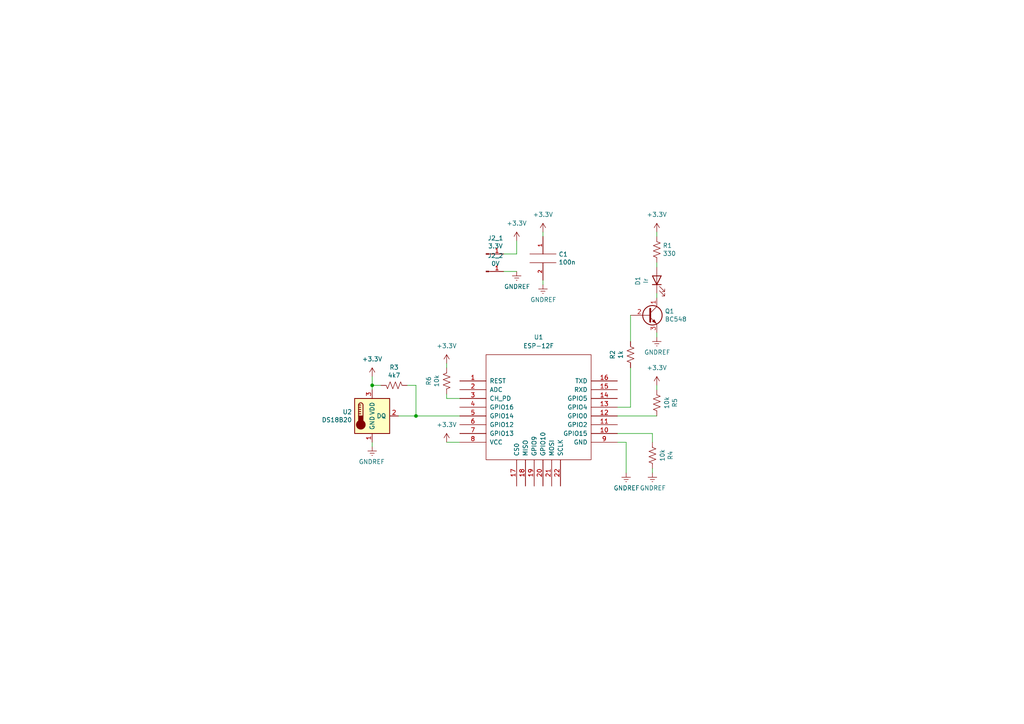
<source format=kicad_sch>
(kicad_sch (version 20211123) (generator eeschema)

  (uuid fd2eba63-6e6a-4d3d-a3f1-f778bf8fc5eb)

  (paper "A4")

  (lib_symbols
    (symbol "Connector:Conn_01x01_Male" (pin_names (offset 1.016) hide) (in_bom yes) (on_board yes)
      (property "Reference" "J" (id 0) (at 0 2.54 0)
        (effects (font (size 1.27 1.27)))
      )
      (property "Value" "Conn_01x01_Male" (id 1) (at 0 -2.54 0)
        (effects (font (size 1.27 1.27)))
      )
      (property "Footprint" "" (id 2) (at 0 0 0)
        (effects (font (size 1.27 1.27)) hide)
      )
      (property "Datasheet" "~" (id 3) (at 0 0 0)
        (effects (font (size 1.27 1.27)) hide)
      )
      (property "ki_keywords" "connector" (id 4) (at 0 0 0)
        (effects (font (size 1.27 1.27)) hide)
      )
      (property "ki_description" "Generic connector, single row, 01x01, script generated (kicad-library-utils/schlib/autogen/connector/)" (id 5) (at 0 0 0)
        (effects (font (size 1.27 1.27)) hide)
      )
      (property "ki_fp_filters" "Connector*:*" (id 6) (at 0 0 0)
        (effects (font (size 1.27 1.27)) hide)
      )
      (symbol "Conn_01x01_Male_1_1"
        (polyline
          (pts
            (xy 1.27 0)
            (xy 0.8636 0)
          )
          (stroke (width 0.1524) (type default) (color 0 0 0 0))
          (fill (type none))
        )
        (rectangle (start 0.8636 0.127) (end 0 -0.127)
          (stroke (width 0.1524) (type default) (color 0 0 0 0))
          (fill (type outline))
        )
        (pin passive line (at 5.08 0 180) (length 3.81)
          (name "Pin_1" (effects (font (size 1.27 1.27))))
          (number "1" (effects (font (size 1.27 1.27))))
        )
      )
    )
    (symbol "Device:LED" (pin_numbers hide) (pin_names (offset 1.016) hide) (in_bom yes) (on_board yes)
      (property "Reference" "D" (id 0) (at 0 2.54 0)
        (effects (font (size 1.27 1.27)))
      )
      (property "Value" "LED" (id 1) (at 0 -2.54 0)
        (effects (font (size 1.27 1.27)))
      )
      (property "Footprint" "" (id 2) (at 0 0 0)
        (effects (font (size 1.27 1.27)) hide)
      )
      (property "Datasheet" "~" (id 3) (at 0 0 0)
        (effects (font (size 1.27 1.27)) hide)
      )
      (property "ki_keywords" "LED diode" (id 4) (at 0 0 0)
        (effects (font (size 1.27 1.27)) hide)
      )
      (property "ki_description" "Light emitting diode" (id 5) (at 0 0 0)
        (effects (font (size 1.27 1.27)) hide)
      )
      (property "ki_fp_filters" "LED* LED_SMD:* LED_THT:*" (id 6) (at 0 0 0)
        (effects (font (size 1.27 1.27)) hide)
      )
      (symbol "LED_0_1"
        (polyline
          (pts
            (xy -1.27 -1.27)
            (xy -1.27 1.27)
          )
          (stroke (width 0.254) (type default) (color 0 0 0 0))
          (fill (type none))
        )
        (polyline
          (pts
            (xy -1.27 0)
            (xy 1.27 0)
          )
          (stroke (width 0) (type default) (color 0 0 0 0))
          (fill (type none))
        )
        (polyline
          (pts
            (xy 1.27 -1.27)
            (xy 1.27 1.27)
            (xy -1.27 0)
            (xy 1.27 -1.27)
          )
          (stroke (width 0.254) (type default) (color 0 0 0 0))
          (fill (type none))
        )
        (polyline
          (pts
            (xy -3.048 -0.762)
            (xy -4.572 -2.286)
            (xy -3.81 -2.286)
            (xy -4.572 -2.286)
            (xy -4.572 -1.524)
          )
          (stroke (width 0) (type default) (color 0 0 0 0))
          (fill (type none))
        )
        (polyline
          (pts
            (xy -1.778 -0.762)
            (xy -3.302 -2.286)
            (xy -2.54 -2.286)
            (xy -3.302 -2.286)
            (xy -3.302 -1.524)
          )
          (stroke (width 0) (type default) (color 0 0 0 0))
          (fill (type none))
        )
      )
      (symbol "LED_1_1"
        (pin passive line (at -3.81 0 0) (length 2.54)
          (name "K" (effects (font (size 1.27 1.27))))
          (number "1" (effects (font (size 1.27 1.27))))
        )
        (pin passive line (at 3.81 0 180) (length 2.54)
          (name "A" (effects (font (size 1.27 1.27))))
          (number "2" (effects (font (size 1.27 1.27))))
        )
      )
    )
    (symbol "Device:R_US" (pin_numbers hide) (pin_names (offset 0)) (in_bom yes) (on_board yes)
      (property "Reference" "R" (id 0) (at 2.54 0 90)
        (effects (font (size 1.27 1.27)))
      )
      (property "Value" "R_US" (id 1) (at -2.54 0 90)
        (effects (font (size 1.27 1.27)))
      )
      (property "Footprint" "" (id 2) (at 1.016 -0.254 90)
        (effects (font (size 1.27 1.27)) hide)
      )
      (property "Datasheet" "~" (id 3) (at 0 0 0)
        (effects (font (size 1.27 1.27)) hide)
      )
      (property "ki_keywords" "R res resistor" (id 4) (at 0 0 0)
        (effects (font (size 1.27 1.27)) hide)
      )
      (property "ki_description" "Resistor, US symbol" (id 5) (at 0 0 0)
        (effects (font (size 1.27 1.27)) hide)
      )
      (property "ki_fp_filters" "R_*" (id 6) (at 0 0 0)
        (effects (font (size 1.27 1.27)) hide)
      )
      (symbol "R_US_0_1"
        (polyline
          (pts
            (xy 0 -2.286)
            (xy 0 -2.54)
          )
          (stroke (width 0) (type default) (color 0 0 0 0))
          (fill (type none))
        )
        (polyline
          (pts
            (xy 0 2.286)
            (xy 0 2.54)
          )
          (stroke (width 0) (type default) (color 0 0 0 0))
          (fill (type none))
        )
        (polyline
          (pts
            (xy 0 -0.762)
            (xy 1.016 -1.143)
            (xy 0 -1.524)
            (xy -1.016 -1.905)
            (xy 0 -2.286)
          )
          (stroke (width 0) (type default) (color 0 0 0 0))
          (fill (type none))
        )
        (polyline
          (pts
            (xy 0 0.762)
            (xy 1.016 0.381)
            (xy 0 0)
            (xy -1.016 -0.381)
            (xy 0 -0.762)
          )
          (stroke (width 0) (type default) (color 0 0 0 0))
          (fill (type none))
        )
        (polyline
          (pts
            (xy 0 2.286)
            (xy 1.016 1.905)
            (xy 0 1.524)
            (xy -1.016 1.143)
            (xy 0 0.762)
          )
          (stroke (width 0) (type default) (color 0 0 0 0))
          (fill (type none))
        )
      )
      (symbol "R_US_1_1"
        (pin passive line (at 0 3.81 270) (length 1.27)
          (name "~" (effects (font (size 1.27 1.27))))
          (number "1" (effects (font (size 1.27 1.27))))
        )
        (pin passive line (at 0 -3.81 90) (length 1.27)
          (name "~" (effects (font (size 1.27 1.27))))
          (number "2" (effects (font (size 1.27 1.27))))
        )
      )
    )
    (symbol "ESP8266:ESP-12F" (pin_names (offset 1.016)) (in_bom yes) (on_board yes)
      (property "Reference" "U" (id 0) (at 0 -2.54 0)
        (effects (font (size 1.27 1.27)))
      )
      (property "Value" "ESP-12F" (id 1) (at 0 2.54 0)
        (effects (font (size 1.27 1.27)))
      )
      (property "Footprint" "" (id 2) (at 0 0 0)
        (effects (font (size 1.27 1.27)) hide)
      )
      (property "Datasheet" "http://l0l.org.uk/2014/12/esp8266-modules-hardware-guide-gotta-catch-em-all/" (id 3) (at 0 0 0)
        (effects (font (size 1.27 1.27)) hide)
      )
      (property "ki_keywords" "MODULE ESP8266 ESP-8266" (id 4) (at 0 0 0)
        (effects (font (size 1.27 1.27)) hide)
      )
      (property "ki_description" "ESP8266 ESP-12E module, 22 pins, 2mm, PCB antenna" (id 5) (at 0 0 0)
        (effects (font (size 1.27 1.27)) hide)
      )
      (property "ki_fp_filters" "ESP-12E ESP-12E_SMD" (id 6) (at 0 0 0)
        (effects (font (size 1.27 1.27)) hide)
      )
      (symbol "ESP-12F_1_0"
        (rectangle (start -15.24 -15.24) (end 15.24 15.24)
          (stroke (width 0) (type default) (color 0 0 0 0))
          (fill (type none))
        )
      )
      (symbol "ESP-12F_1_1"
        (pin input line (at -22.86 7.62 0) (length 7.62)
          (name "REST" (effects (font (size 1.27 1.27))))
          (number "1" (effects (font (size 1.27 1.27))))
        )
        (pin bidirectional line (at 22.86 -7.62 180) (length 7.62)
          (name "GPIO15" (effects (font (size 1.27 1.27))))
          (number "10" (effects (font (size 1.27 1.27))))
        )
        (pin bidirectional line (at 22.86 -5.08 180) (length 7.62)
          (name "GPIO2" (effects (font (size 1.27 1.27))))
          (number "11" (effects (font (size 1.27 1.27))))
        )
        (pin bidirectional line (at 22.86 -2.54 180) (length 7.62)
          (name "GPIO0" (effects (font (size 1.27 1.27))))
          (number "12" (effects (font (size 1.27 1.27))))
        )
        (pin bidirectional line (at 22.86 0 180) (length 7.62)
          (name "GPIO4" (effects (font (size 1.27 1.27))))
          (number "13" (effects (font (size 1.27 1.27))))
        )
        (pin bidirectional line (at 22.86 2.54 180) (length 7.62)
          (name "GPIO5" (effects (font (size 1.27 1.27))))
          (number "14" (effects (font (size 1.27 1.27))))
        )
        (pin input line (at 22.86 5.08 180) (length 7.62)
          (name "RXD" (effects (font (size 1.27 1.27))))
          (number "15" (effects (font (size 1.27 1.27))))
        )
        (pin output line (at 22.86 7.62 180) (length 7.62)
          (name "TXD" (effects (font (size 1.27 1.27))))
          (number "16" (effects (font (size 1.27 1.27))))
        )
        (pin bidirectional line (at -6.35 -22.86 90) (length 7.62)
          (name "CS0" (effects (font (size 1.27 1.27))))
          (number "17" (effects (font (size 1.27 1.27))))
        )
        (pin bidirectional line (at -3.81 -22.86 90) (length 7.62)
          (name "MISO" (effects (font (size 1.27 1.27))))
          (number "18" (effects (font (size 1.27 1.27))))
        )
        (pin bidirectional line (at -1.27 -22.86 90) (length 7.62)
          (name "GPIO9" (effects (font (size 1.27 1.27))))
          (number "19" (effects (font (size 1.27 1.27))))
        )
        (pin passive line (at -22.86 5.08 0) (length 7.62)
          (name "ADC" (effects (font (size 1.27 1.27))))
          (number "2" (effects (font (size 1.27 1.27))))
        )
        (pin bidirectional line (at 1.27 -22.86 90) (length 7.62)
          (name "GPIO10" (effects (font (size 1.27 1.27))))
          (number "20" (effects (font (size 1.27 1.27))))
        )
        (pin bidirectional line (at 3.81 -22.86 90) (length 7.62)
          (name "MOSI" (effects (font (size 1.27 1.27))))
          (number "21" (effects (font (size 1.27 1.27))))
        )
        (pin bidirectional line (at 6.35 -22.86 90) (length 7.62)
          (name "SCLK" (effects (font (size 1.27 1.27))))
          (number "22" (effects (font (size 1.27 1.27))))
        )
        (pin input line (at -22.86 2.54 0) (length 7.62)
          (name "CH_PD" (effects (font (size 1.27 1.27))))
          (number "3" (effects (font (size 1.27 1.27))))
        )
        (pin bidirectional line (at -22.86 0 0) (length 7.62)
          (name "GPIO16" (effects (font (size 1.27 1.27))))
          (number "4" (effects (font (size 1.27 1.27))))
        )
        (pin bidirectional line (at -22.86 -2.54 0) (length 7.62)
          (name "GPIO14" (effects (font (size 1.27 1.27))))
          (number "5" (effects (font (size 1.27 1.27))))
        )
        (pin bidirectional line (at -22.86 -5.08 0) (length 7.62)
          (name "GPIO12" (effects (font (size 1.27 1.27))))
          (number "6" (effects (font (size 1.27 1.27))))
        )
        (pin bidirectional line (at -22.86 -7.62 0) (length 7.62)
          (name "GPIO13" (effects (font (size 1.27 1.27))))
          (number "7" (effects (font (size 1.27 1.27))))
        )
        (pin power_in line (at -22.86 -10.16 0) (length 7.62)
          (name "VCC" (effects (font (size 1.27 1.27))))
          (number "8" (effects (font (size 1.27 1.27))))
        )
        (pin power_in line (at 22.86 -10.16 180) (length 7.62)
          (name "GND" (effects (font (size 1.27 1.27))))
          (number "9" (effects (font (size 1.27 1.27))))
        )
      )
    )
    (symbol "Sensor_Temperature:DS18B20" (pin_names (offset 1.016)) (in_bom yes) (on_board yes)
      (property "Reference" "U" (id 0) (at -3.81 6.35 0)
        (effects (font (size 1.27 1.27)))
      )
      (property "Value" "DS18B20" (id 1) (at 6.35 6.35 0)
        (effects (font (size 1.27 1.27)))
      )
      (property "Footprint" "Package_TO_SOT_THT:TO-92_Inline" (id 2) (at -25.4 -6.35 0)
        (effects (font (size 1.27 1.27)) hide)
      )
      (property "Datasheet" "http://datasheets.maximintegrated.com/en/ds/DS18B20.pdf" (id 3) (at -3.81 6.35 0)
        (effects (font (size 1.27 1.27)) hide)
      )
      (property "ki_keywords" "OneWire 1Wire Dallas Maxim" (id 4) (at 0 0 0)
        (effects (font (size 1.27 1.27)) hide)
      )
      (property "ki_description" "Programmable Resolution 1-Wire Digital Thermometer TO-92" (id 5) (at 0 0 0)
        (effects (font (size 1.27 1.27)) hide)
      )
      (property "ki_fp_filters" "TO*92*" (id 6) (at 0 0 0)
        (effects (font (size 1.27 1.27)) hide)
      )
      (symbol "DS18B20_0_1"
        (rectangle (start -5.08 5.08) (end 5.08 -5.08)
          (stroke (width 0.254) (type default) (color 0 0 0 0))
          (fill (type background))
        )
        (circle (center -3.302 -2.54) (radius 1.27)
          (stroke (width 0.254) (type default) (color 0 0 0 0))
          (fill (type outline))
        )
        (rectangle (start -2.667 -1.905) (end -3.937 0)
          (stroke (width 0.254) (type default) (color 0 0 0 0))
          (fill (type outline))
        )
        (arc (start -2.667 3.175) (mid -3.302 3.81) (end -3.937 3.175)
          (stroke (width 0.254) (type default) (color 0 0 0 0))
          (fill (type none))
        )
        (polyline
          (pts
            (xy -3.937 0.635)
            (xy -3.302 0.635)
          )
          (stroke (width 0.254) (type default) (color 0 0 0 0))
          (fill (type none))
        )
        (polyline
          (pts
            (xy -3.937 1.27)
            (xy -3.302 1.27)
          )
          (stroke (width 0.254) (type default) (color 0 0 0 0))
          (fill (type none))
        )
        (polyline
          (pts
            (xy -3.937 1.905)
            (xy -3.302 1.905)
          )
          (stroke (width 0.254) (type default) (color 0 0 0 0))
          (fill (type none))
        )
        (polyline
          (pts
            (xy -3.937 2.54)
            (xy -3.302 2.54)
          )
          (stroke (width 0.254) (type default) (color 0 0 0 0))
          (fill (type none))
        )
        (polyline
          (pts
            (xy -3.937 3.175)
            (xy -3.937 0)
          )
          (stroke (width 0.254) (type default) (color 0 0 0 0))
          (fill (type none))
        )
        (polyline
          (pts
            (xy -3.937 3.175)
            (xy -3.302 3.175)
          )
          (stroke (width 0.254) (type default) (color 0 0 0 0))
          (fill (type none))
        )
        (polyline
          (pts
            (xy -2.667 3.175)
            (xy -2.667 0)
          )
          (stroke (width 0.254) (type default) (color 0 0 0 0))
          (fill (type none))
        )
      )
      (symbol "DS18B20_1_1"
        (pin power_in line (at 0 -7.62 90) (length 2.54)
          (name "GND" (effects (font (size 1.27 1.27))))
          (number "1" (effects (font (size 1.27 1.27))))
        )
        (pin bidirectional line (at 7.62 0 180) (length 2.54)
          (name "DQ" (effects (font (size 1.27 1.27))))
          (number "2" (effects (font (size 1.27 1.27))))
        )
        (pin power_in line (at 0 7.62 270) (length 2.54)
          (name "VDD" (effects (font (size 1.27 1.27))))
          (number "3" (effects (font (size 1.27 1.27))))
        )
      )
    )
    (symbol "Transistor_BJT:BC548" (pin_names (offset 0) hide) (in_bom yes) (on_board yes)
      (property "Reference" "Q" (id 0) (at 5.08 1.905 0)
        (effects (font (size 1.27 1.27)) (justify left))
      )
      (property "Value" "BC548" (id 1) (at 5.08 0 0)
        (effects (font (size 1.27 1.27)) (justify left))
      )
      (property "Footprint" "Package_TO_SOT_THT:TO-92_Inline" (id 2) (at 5.08 -1.905 0)
        (effects (font (size 1.27 1.27) italic) (justify left) hide)
      )
      (property "Datasheet" "https://www.onsemi.com/pub/Collateral/BC550-D.pdf" (id 3) (at 0 0 0)
        (effects (font (size 1.27 1.27)) (justify left) hide)
      )
      (property "ki_keywords" "NPN Transistor" (id 4) (at 0 0 0)
        (effects (font (size 1.27 1.27)) hide)
      )
      (property "ki_description" "0.1A Ic, 30V Vce, Small Signal NPN Transistor, TO-92" (id 5) (at 0 0 0)
        (effects (font (size 1.27 1.27)) hide)
      )
      (property "ki_fp_filters" "TO?92*" (id 6) (at 0 0 0)
        (effects (font (size 1.27 1.27)) hide)
      )
      (symbol "BC548_0_1"
        (polyline
          (pts
            (xy 0 0)
            (xy 0.635 0)
          )
          (stroke (width 0) (type default) (color 0 0 0 0))
          (fill (type none))
        )
        (polyline
          (pts
            (xy 0.635 0.635)
            (xy 2.54 2.54)
          )
          (stroke (width 0) (type default) (color 0 0 0 0))
          (fill (type none))
        )
        (polyline
          (pts
            (xy 0.635 -0.635)
            (xy 2.54 -2.54)
            (xy 2.54 -2.54)
          )
          (stroke (width 0) (type default) (color 0 0 0 0))
          (fill (type none))
        )
        (polyline
          (pts
            (xy 0.635 1.905)
            (xy 0.635 -1.905)
            (xy 0.635 -1.905)
          )
          (stroke (width 0.508) (type default) (color 0 0 0 0))
          (fill (type none))
        )
        (polyline
          (pts
            (xy 1.27 -1.778)
            (xy 1.778 -1.27)
            (xy 2.286 -2.286)
            (xy 1.27 -1.778)
            (xy 1.27 -1.778)
          )
          (stroke (width 0) (type default) (color 0 0 0 0))
          (fill (type outline))
        )
        (circle (center 1.27 0) (radius 2.8194)
          (stroke (width 0.254) (type default) (color 0 0 0 0))
          (fill (type none))
        )
      )
      (symbol "BC548_1_1"
        (pin passive line (at 2.54 5.08 270) (length 2.54)
          (name "C" (effects (font (size 1.27 1.27))))
          (number "1" (effects (font (size 1.27 1.27))))
        )
        (pin input line (at -5.08 0 0) (length 5.08)
          (name "B" (effects (font (size 1.27 1.27))))
          (number "2" (effects (font (size 1.27 1.27))))
        )
        (pin passive line (at 2.54 -5.08 90) (length 2.54)
          (name "E" (effects (font (size 1.27 1.27))))
          (number "3" (effects (font (size 1.27 1.27))))
        )
      )
    )
    (symbol "power:+3.3V" (power) (pin_names (offset 0)) (in_bom yes) (on_board yes)
      (property "Reference" "#PWR" (id 0) (at 0 -3.81 0)
        (effects (font (size 1.27 1.27)) hide)
      )
      (property "Value" "+3.3V" (id 1) (at 0 3.556 0)
        (effects (font (size 1.27 1.27)))
      )
      (property "Footprint" "" (id 2) (at 0 0 0)
        (effects (font (size 1.27 1.27)) hide)
      )
      (property "Datasheet" "" (id 3) (at 0 0 0)
        (effects (font (size 1.27 1.27)) hide)
      )
      (property "ki_keywords" "power-flag" (id 4) (at 0 0 0)
        (effects (font (size 1.27 1.27)) hide)
      )
      (property "ki_description" "Power symbol creates a global label with name \"+3.3V\"" (id 5) (at 0 0 0)
        (effects (font (size 1.27 1.27)) hide)
      )
      (symbol "+3.3V_0_1"
        (polyline
          (pts
            (xy -0.762 1.27)
            (xy 0 2.54)
          )
          (stroke (width 0) (type default) (color 0 0 0 0))
          (fill (type none))
        )
        (polyline
          (pts
            (xy 0 0)
            (xy 0 2.54)
          )
          (stroke (width 0) (type default) (color 0 0 0 0))
          (fill (type none))
        )
        (polyline
          (pts
            (xy 0 2.54)
            (xy 0.762 1.27)
          )
          (stroke (width 0) (type default) (color 0 0 0 0))
          (fill (type none))
        )
      )
      (symbol "+3.3V_1_1"
        (pin power_in line (at 0 0 90) (length 0) hide
          (name "+3.3V" (effects (font (size 1.27 1.27))))
          (number "1" (effects (font (size 1.27 1.27))))
        )
      )
    )
    (symbol "power:GNDREF" (power) (pin_names (offset 0)) (in_bom yes) (on_board yes)
      (property "Reference" "#PWR" (id 0) (at 0 -6.35 0)
        (effects (font (size 1.27 1.27)) hide)
      )
      (property "Value" "GNDREF" (id 1) (at 0 -3.81 0)
        (effects (font (size 1.27 1.27)))
      )
      (property "Footprint" "" (id 2) (at 0 0 0)
        (effects (font (size 1.27 1.27)) hide)
      )
      (property "Datasheet" "" (id 3) (at 0 0 0)
        (effects (font (size 1.27 1.27)) hide)
      )
      (property "ki_keywords" "power-flag" (id 4) (at 0 0 0)
        (effects (font (size 1.27 1.27)) hide)
      )
      (property "ki_description" "Power symbol creates a global label with name \"GNDREF\" , reference supply ground" (id 5) (at 0 0 0)
        (effects (font (size 1.27 1.27)) hide)
      )
      (symbol "GNDREF_0_1"
        (polyline
          (pts
            (xy -0.635 -1.905)
            (xy 0.635 -1.905)
          )
          (stroke (width 0) (type default) (color 0 0 0 0))
          (fill (type none))
        )
        (polyline
          (pts
            (xy -0.127 -2.54)
            (xy 0.127 -2.54)
          )
          (stroke (width 0) (type default) (color 0 0 0 0))
          (fill (type none))
        )
        (polyline
          (pts
            (xy 0 -1.27)
            (xy 0 0)
          )
          (stroke (width 0) (type default) (color 0 0 0 0))
          (fill (type none))
        )
        (polyline
          (pts
            (xy 1.27 -1.27)
            (xy -1.27 -1.27)
          )
          (stroke (width 0) (type default) (color 0 0 0 0))
          (fill (type none))
        )
      )
      (symbol "GNDREF_1_1"
        (pin power_in line (at 0 0 270) (length 0) hide
          (name "GNDREF" (effects (font (size 1.27 1.27))))
          (number "1" (effects (font (size 1.27 1.27))))
        )
      )
    )
    (symbol "pspice:CAP" (pin_names (offset 0.254)) (in_bom yes) (on_board yes)
      (property "Reference" "C" (id 0) (at 2.54 3.81 90)
        (effects (font (size 1.27 1.27)))
      )
      (property "Value" "CAP" (id 1) (at 2.54 -3.81 90)
        (effects (font (size 1.27 1.27)))
      )
      (property "Footprint" "" (id 2) (at 0 0 0)
        (effects (font (size 1.27 1.27)) hide)
      )
      (property "Datasheet" "~" (id 3) (at 0 0 0)
        (effects (font (size 1.27 1.27)) hide)
      )
      (property "ki_keywords" "simulation" (id 4) (at 0 0 0)
        (effects (font (size 1.27 1.27)) hide)
      )
      (property "ki_description" "Capacitor symbol for simulation only" (id 5) (at 0 0 0)
        (effects (font (size 1.27 1.27)) hide)
      )
      (symbol "CAP_0_1"
        (polyline
          (pts
            (xy -3.81 -1.27)
            (xy 3.81 -1.27)
          )
          (stroke (width 0) (type default) (color 0 0 0 0))
          (fill (type none))
        )
        (polyline
          (pts
            (xy -3.81 1.27)
            (xy 3.81 1.27)
          )
          (stroke (width 0) (type default) (color 0 0 0 0))
          (fill (type none))
        )
      )
      (symbol "CAP_1_1"
        (pin passive line (at 0 6.35 270) (length 5.08)
          (name "~" (effects (font (size 1.016 1.016))))
          (number "1" (effects (font (size 1.016 1.016))))
        )
        (pin passive line (at 0 -6.35 90) (length 5.08)
          (name "~" (effects (font (size 1.016 1.016))))
          (number "2" (effects (font (size 1.016 1.016))))
        )
      )
    )
  )

  (junction (at 120.65 120.65) (diameter 0) (color 0 0 0 0)
    (uuid 01cccea5-f54f-4569-8dc8-a47435c92309)
  )
  (junction (at 107.95 111.76) (diameter 0) (color 0 0 0 0)
    (uuid 27fb3d3e-de9f-4500-b5b4-cb68a4c7ea0c)
  )

  (wire (pts (xy 107.95 111.76) (xy 107.95 113.03))
    (stroke (width 0) (type default) (color 0 0 0 0))
    (uuid 0aa2f694-cde8-4133-9579-b16721127e6f)
  )
  (wire (pts (xy 190.5 111.76) (xy 190.5 113.03))
    (stroke (width 0) (type default) (color 0 0 0 0))
    (uuid 0e355403-fb90-45dc-9b37-bb7e45444fa9)
  )
  (wire (pts (xy 110.49 111.76) (xy 107.95 111.76))
    (stroke (width 0) (type default) (color 0 0 0 0))
    (uuid 241d8e21-3b85-4814-a174-d8e195c8a186)
  )
  (wire (pts (xy 179.07 128.27) (xy 181.61 128.27))
    (stroke (width 0) (type default) (color 0 0 0 0))
    (uuid 2e2c2160-c073-4a8b-a1b8-b743cb5e4eb0)
  )
  (wire (pts (xy 190.5 76.2) (xy 190.5 77.47))
    (stroke (width 0) (type default) (color 0 0 0 0))
    (uuid 2ea01245-29e2-4c27-bf0f-a3476b0fafa8)
  )
  (wire (pts (xy 182.88 91.44) (xy 182.88 99.06))
    (stroke (width 0) (type default) (color 0 0 0 0))
    (uuid 364d94f3-1aa2-46a9-bd76-e3f4e8646445)
  )
  (wire (pts (xy 189.23 128.27) (xy 189.23 125.73))
    (stroke (width 0) (type default) (color 0 0 0 0))
    (uuid 3f4476fc-f59e-4f84-ba6c-9bf20147aae8)
  )
  (wire (pts (xy 149.86 69.85) (xy 149.86 73.66))
    (stroke (width 0) (type default) (color 0 0 0 0))
    (uuid 5a9cbed0-2667-41b1-b6b9-28ff83a9c750)
  )
  (wire (pts (xy 120.65 120.65) (xy 115.57 120.65))
    (stroke (width 0) (type default) (color 0 0 0 0))
    (uuid 5dd81193-bb20-48cc-b45b-81e81f765e2c)
  )
  (wire (pts (xy 157.48 81.28) (xy 157.48 82.55))
    (stroke (width 0) (type default) (color 0 0 0 0))
    (uuid 67341390-1669-49cb-99d4-779bb059244f)
  )
  (wire (pts (xy 120.65 120.65) (xy 120.65 111.76))
    (stroke (width 0) (type default) (color 0 0 0 0))
    (uuid 68b3a172-9442-4578-8a8f-ab8fc6952547)
  )
  (wire (pts (xy 179.07 120.65) (xy 190.5 120.65))
    (stroke (width 0) (type default) (color 0 0 0 0))
    (uuid 721432c3-b18b-4dbc-8da6-cc89d34cacbb)
  )
  (wire (pts (xy 190.5 67.31) (xy 190.5 68.58))
    (stroke (width 0) (type default) (color 0 0 0 0))
    (uuid 7933ad3e-9e95-4a64-8498-6a198502830d)
  )
  (wire (pts (xy 129.54 128.27) (xy 133.35 128.27))
    (stroke (width 0) (type default) (color 0 0 0 0))
    (uuid 797852b2-d16e-4a3f-b246-b6bbde033768)
  )
  (wire (pts (xy 182.88 106.68) (xy 182.88 118.11))
    (stroke (width 0) (type default) (color 0 0 0 0))
    (uuid 79bddee5-5773-4037-8a96-4df1565702de)
  )
  (wire (pts (xy 107.95 128.27) (xy 107.95 129.54))
    (stroke (width 0) (type default) (color 0 0 0 0))
    (uuid 8b9888b1-81b6-4d43-9a90-3621640a5f97)
  )
  (wire (pts (xy 129.54 105.41) (xy 129.54 106.68))
    (stroke (width 0) (type default) (color 0 0 0 0))
    (uuid 8bd328c8-6fab-4e5a-98c9-177191e9919e)
  )
  (wire (pts (xy 146.05 78.74) (xy 149.86 78.74))
    (stroke (width 0) (type default) (color 0 0 0 0))
    (uuid 8f56a325-ad2c-439c-bc98-bdbf78a4d5de)
  )
  (wire (pts (xy 133.35 115.57) (xy 129.54 115.57))
    (stroke (width 0) (type default) (color 0 0 0 0))
    (uuid 9941a802-c902-45e5-b686-94d593a7f19c)
  )
  (wire (pts (xy 129.54 114.3) (xy 129.54 115.57))
    (stroke (width 0) (type default) (color 0 0 0 0))
    (uuid a04620ed-879b-4299-82b7-b6bedb32c55c)
  )
  (wire (pts (xy 120.65 111.76) (xy 118.11 111.76))
    (stroke (width 0) (type default) (color 0 0 0 0))
    (uuid a17e46ea-7ee3-4b1a-b81a-8d130aa6fd0d)
  )
  (wire (pts (xy 146.05 73.66) (xy 149.86 73.66))
    (stroke (width 0) (type default) (color 0 0 0 0))
    (uuid ac870eb3-2cfe-46a1-a485-c1f3c1f61824)
  )
  (wire (pts (xy 190.5 96.52) (xy 190.5 97.79))
    (stroke (width 0) (type default) (color 0 0 0 0))
    (uuid af5bfa33-226d-4fe1-a84a-7b880aaf113b)
  )
  (wire (pts (xy 120.65 120.65) (xy 133.35 120.65))
    (stroke (width 0) (type default) (color 0 0 0 0))
    (uuid b8cd36f8-d183-4428-9ce7-b3627efa5b61)
  )
  (wire (pts (xy 190.5 86.36) (xy 190.5 85.09))
    (stroke (width 0) (type default) (color 0 0 0 0))
    (uuid baf101d1-9daa-4ea6-aa01-d27717d748cf)
  )
  (wire (pts (xy 189.23 135.89) (xy 189.23 137.16))
    (stroke (width 0) (type default) (color 0 0 0 0))
    (uuid c5e8c9f5-768d-4e19-9976-215e6d521e68)
  )
  (wire (pts (xy 179.07 125.73) (xy 189.23 125.73))
    (stroke (width 0) (type default) (color 0 0 0 0))
    (uuid cd684ad7-c5ed-4bd8-b3ba-99c574254eae)
  )
  (wire (pts (xy 107.95 109.22) (xy 107.95 111.76))
    (stroke (width 0) (type default) (color 0 0 0 0))
    (uuid cedf46d0-1641-44db-b460-cec329f74aec)
  )
  (wire (pts (xy 181.61 128.27) (xy 181.61 137.16))
    (stroke (width 0) (type default) (color 0 0 0 0))
    (uuid d2d6ce7c-d937-47a6-9516-d3bbcb954548)
  )
  (wire (pts (xy 179.07 118.11) (xy 182.88 118.11))
    (stroke (width 0) (type default) (color 0 0 0 0))
    (uuid e1a099a9-ec32-4aa8-b44a-adff7366dff8)
  )
  (wire (pts (xy 157.48 67.31) (xy 157.48 68.58))
    (stroke (width 0) (type default) (color 0 0 0 0))
    (uuid f698cbd6-49b1-4d83-951e-04380acf1526)
  )

  (symbol (lib_id "Device:R_US") (at 190.5 72.39 0) (unit 1)
    (in_bom yes) (on_board yes)
    (uuid 00000000-0000-0000-0000-0000630bfb04)
    (property "Reference" "R1" (id 0) (at 192.2272 71.2216 0)
      (effects (font (size 1.27 1.27)) (justify left))
    )
    (property "Value" "330" (id 1) (at 192.2272 73.533 0)
      (effects (font (size 1.27 1.27)) (justify left))
    )
    (property "Footprint" "Resistor_THT:R_Axial_DIN0207_L6.3mm_D2.5mm_P7.62mm_Horizontal" (id 2) (at 191.516 72.644 90)
      (effects (font (size 1.27 1.27)) hide)
    )
    (property "Datasheet" "~" (id 3) (at 190.5 72.39 0)
      (effects (font (size 1.27 1.27)) hide)
    )
    (pin "1" (uuid 8d37f8aa-692d-448b-8708-8d356b7688c4))
    (pin "2" (uuid 1204429e-e86b-4bb4-af16-308300c69a4a))
  )

  (symbol (lib_id "Device:R_US") (at 182.88 102.87 0) (unit 1)
    (in_bom yes) (on_board yes)
    (uuid 00000000-0000-0000-0000-0000630bfda6)
    (property "Reference" "R2" (id 0) (at 177.673 102.87 90))
    (property "Value" "1k" (id 1) (at 179.9844 102.87 90))
    (property "Footprint" "Resistor_THT:R_Axial_DIN0207_L6.3mm_D2.5mm_P7.62mm_Horizontal" (id 2) (at 183.896 103.124 90)
      (effects (font (size 1.27 1.27)) hide)
    )
    (property "Datasheet" "~" (id 3) (at 182.88 102.87 0)
      (effects (font (size 1.27 1.27)) hide)
    )
    (pin "1" (uuid 5c340fe1-6015-4a75-8674-dfbecb43b65c))
    (pin "2" (uuid f427cd9d-e7b4-47fc-956a-68d5366cd328))
  )

  (symbol (lib_id "Device:R_US") (at 114.3 111.76 90) (mirror x) (unit 1)
    (in_bom yes) (on_board yes)
    (uuid 00000000-0000-0000-0000-0000630c01a6)
    (property "Reference" "R3" (id 0) (at 114.3 106.553 90))
    (property "Value" "4k7" (id 1) (at 114.3 108.8644 90))
    (property "Footprint" "Resistor_THT:R_Axial_DIN0207_L6.3mm_D2.5mm_P7.62mm_Horizontal" (id 2) (at 114.554 112.776 90)
      (effects (font (size 1.27 1.27)) hide)
    )
    (property "Datasheet" "~" (id 3) (at 114.3 111.76 0)
      (effects (font (size 1.27 1.27)) hide)
    )
    (pin "1" (uuid b47050bd-9eaa-4798-927f-ac43326abecc))
    (pin "2" (uuid e92024d1-ba54-4f98-ac45-c0210034a75d))
  )

  (symbol (lib_id "Transistor_BJT:BC548") (at 187.96 91.44 0) (unit 1)
    (in_bom yes) (on_board yes)
    (uuid 00000000-0000-0000-0000-0000630c1d81)
    (property "Reference" "Q1" (id 0) (at 192.8114 90.2716 0)
      (effects (font (size 1.27 1.27)) (justify left))
    )
    (property "Value" "BC548" (id 1) (at 192.8114 92.583 0)
      (effects (font (size 1.27 1.27)) (justify left))
    )
    (property "Footprint" "Package_TO_SOT_THT:TO-92_Inline" (id 2) (at 193.04 93.345 0)
      (effects (font (size 1.27 1.27) italic) (justify left) hide)
    )
    (property "Datasheet" "https://www.onsemi.com/pub/Collateral/BC550-D.pdf" (id 3) (at 187.96 91.44 0)
      (effects (font (size 1.27 1.27)) (justify left) hide)
    )
    (pin "1" (uuid 486101c4-ce1d-4c59-87ab-27738f69c218))
    (pin "2" (uuid a832ac2f-71f5-4a78-9d35-491b68ea2ebe))
    (pin "3" (uuid 2538887d-b4ce-4d8a-a663-66df4a853664))
  )

  (symbol (lib_id "Sensor_Temperature:DS18B20") (at 107.95 120.65 0) (unit 1)
    (in_bom yes) (on_board yes)
    (uuid 00000000-0000-0000-0000-0000630c2629)
    (property "Reference" "U2" (id 0) (at 102.108 119.4816 0)
      (effects (font (size 1.27 1.27)) (justify right))
    )
    (property "Value" "DS18B20" (id 1) (at 102.108 121.793 0)
      (effects (font (size 1.27 1.27)) (justify right))
    )
    (property "Footprint" "Package_TO_SOT_THT:TO-92_Inline" (id 2) (at 82.55 127 0)
      (effects (font (size 1.27 1.27)) hide)
    )
    (property "Datasheet" "http://datasheets.maximintegrated.com/en/ds/DS18B20.pdf" (id 3) (at 104.14 114.3 0)
      (effects (font (size 1.27 1.27)) hide)
    )
    (pin "1" (uuid cf208bc4-e747-419c-b34a-4d807f9e4444))
    (pin "2" (uuid 186f578e-2582-4fd8-b132-19ac8e93d2ea))
    (pin "3" (uuid 4eab1715-a920-4fd3-be72-6e92a941806c))
  )

  (symbol (lib_id "Device:LED") (at 190.5 81.28 90) (unit 1)
    (in_bom yes) (on_board yes)
    (uuid 00000000-0000-0000-0000-0000630c2cdc)
    (property "Reference" "D1" (id 0) (at 184.9882 81.4578 0))
    (property "Value" "Ir" (id 1) (at 187.2996 81.4578 0))
    (property "Footprint" "LED_THT:LED_D5.0mm" (id 2) (at 190.5 81.28 0)
      (effects (font (size 1.27 1.27)) hide)
    )
    (property "Datasheet" "~" (id 3) (at 190.5 81.28 0)
      (effects (font (size 1.27 1.27)) hide)
    )
    (pin "1" (uuid 60b7b6ce-4322-494a-906a-0144734f308d))
    (pin "2" (uuid 7f3c71f7-b640-4e16-836b-558e8d5c04d0))
  )

  (symbol (lib_id "power:GNDREF") (at 190.5 97.79 0) (unit 1)
    (in_bom yes) (on_board yes)
    (uuid 00000000-0000-0000-0000-0000630cb2ff)
    (property "Reference" "#PWR0107" (id 0) (at 190.5 104.14 0)
      (effects (font (size 1.27 1.27)) hide)
    )
    (property "Value" "GNDREF" (id 1) (at 190.627 102.1842 0))
    (property "Footprint" "" (id 2) (at 190.5 97.79 0)
      (effects (font (size 1.27 1.27)) hide)
    )
    (property "Datasheet" "" (id 3) (at 190.5 97.79 0)
      (effects (font (size 1.27 1.27)) hide)
    )
    (pin "1" (uuid 6df98aba-3aad-425f-b5de-637fcb7872d8))
  )

  (symbol (lib_id "power:GNDREF") (at 107.95 129.54 0) (mirror y) (unit 1)
    (in_bom yes) (on_board yes)
    (uuid 00000000-0000-0000-0000-0000630d26ee)
    (property "Reference" "#PWR0102" (id 0) (at 107.95 135.89 0)
      (effects (font (size 1.27 1.27)) hide)
    )
    (property "Value" "GNDREF" (id 1) (at 107.823 133.9342 0))
    (property "Footprint" "" (id 2) (at 107.95 129.54 0)
      (effects (font (size 1.27 1.27)) hide)
    )
    (property "Datasheet" "" (id 3) (at 107.95 129.54 0)
      (effects (font (size 1.27 1.27)) hide)
    )
    (pin "1" (uuid 871a1b49-dfa5-403c-9708-095f6f2da547))
  )

  (symbol (lib_id "Connector:Conn_01x01_Male") (at 140.97 73.66 0) (unit 1)
    (in_bom yes) (on_board yes)
    (uuid 00000000-0000-0000-0000-00006312f25a)
    (property "Reference" "J2_1" (id 0) (at 143.7132 69.0626 0))
    (property "Value" "3.3V" (id 1) (at 143.7132 71.374 0))
    (property "Footprint" "Connector_Pin:Pin_D1.1mm_L8.5mm_W2.5mm_FlatFork" (id 2) (at 140.97 73.66 0)
      (effects (font (size 1.27 1.27)) hide)
    )
    (property "Datasheet" "~" (id 3) (at 140.97 73.66 0)
      (effects (font (size 1.27 1.27)) hide)
    )
    (pin "1" (uuid c7f520ea-ef6e-49a8-83db-5a49134fa13e))
  )

  (symbol (lib_id "Connector:Conn_01x01_Male") (at 140.97 78.74 0) (unit 1)
    (in_bom yes) (on_board yes)
    (uuid 00000000-0000-0000-0000-0000631304f6)
    (property "Reference" "J2_2" (id 0) (at 143.7132 74.1426 0))
    (property "Value" "0V" (id 1) (at 143.7132 76.454 0))
    (property "Footprint" "Connector_Pin:Pin_D1.1mm_L8.5mm_W2.5mm_FlatFork" (id 2) (at 140.97 78.74 0)
      (effects (font (size 1.27 1.27)) hide)
    )
    (property "Datasheet" "~" (id 3) (at 140.97 78.74 0)
      (effects (font (size 1.27 1.27)) hide)
    )
    (pin "1" (uuid 7e81e7e8-bc38-4ab9-94f3-1f0d61b3f783))
  )

  (symbol (lib_id "power:GNDREF") (at 149.86 78.74 0) (unit 1)
    (in_bom yes) (on_board yes)
    (uuid 00000000-0000-0000-0000-00006313451f)
    (property "Reference" "#PWR0105" (id 0) (at 149.86 85.09 0)
      (effects (font (size 1.27 1.27)) hide)
    )
    (property "Value" "GNDREF" (id 1) (at 149.987 83.1342 0))
    (property "Footprint" "" (id 2) (at 149.86 78.74 0)
      (effects (font (size 1.27 1.27)) hide)
    )
    (property "Datasheet" "" (id 3) (at 149.86 78.74 0)
      (effects (font (size 1.27 1.27)) hide)
    )
    (pin "1" (uuid 583cafbb-8056-4182-b60f-550c523346fc))
  )

  (symbol (lib_id "pspice:CAP") (at 157.48 74.93 0) (unit 1)
    (in_bom yes) (on_board yes)
    (uuid 00000000-0000-0000-0000-000063153609)
    (property "Reference" "C1" (id 0) (at 162.0012 73.7616 0)
      (effects (font (size 1.27 1.27)) (justify left))
    )
    (property "Value" "100n" (id 1) (at 162.0012 76.073 0)
      (effects (font (size 1.27 1.27)) (justify left))
    )
    (property "Footprint" "Capacitor_THT:C_Disc_D5.0mm_W2.5mm_P5.00mm" (id 2) (at 157.48 74.93 0)
      (effects (font (size 1.27 1.27)) hide)
    )
    (property "Datasheet" "~" (id 3) (at 157.48 74.93 0)
      (effects (font (size 1.27 1.27)) hide)
    )
    (pin "1" (uuid 80666e4d-6184-4bc4-8ec0-d2ea025e72f1))
    (pin "2" (uuid c31b515a-4123-43ee-9da5-caf498b3e8e5))
  )

  (symbol (lib_id "power:GNDREF") (at 157.48 82.55 0) (unit 1)
    (in_bom yes) (on_board yes)
    (uuid 00000000-0000-0000-0000-00006315410c)
    (property "Reference" "#PWR0103" (id 0) (at 157.48 88.9 0)
      (effects (font (size 1.27 1.27)) hide)
    )
    (property "Value" "GNDREF" (id 1) (at 157.607 86.9442 0))
    (property "Footprint" "" (id 2) (at 157.48 82.55 0)
      (effects (font (size 1.27 1.27)) hide)
    )
    (property "Datasheet" "" (id 3) (at 157.48 82.55 0)
      (effects (font (size 1.27 1.27)) hide)
    )
    (pin "1" (uuid 2924beb4-8892-41c8-998d-874a0ebdabaa))
  )

  (symbol (lib_id "power:GNDREF") (at 189.23 137.16 0) (unit 1)
    (in_bom yes) (on_board yes)
    (uuid 05f29eee-8057-4adc-bf33-b6f3f88b82a4)
    (property "Reference" "#PWR0104" (id 0) (at 189.23 143.51 0)
      (effects (font (size 1.27 1.27)) hide)
    )
    (property "Value" "GNDREF" (id 1) (at 189.357 141.5542 0))
    (property "Footprint" "" (id 2) (at 189.23 137.16 0)
      (effects (font (size 1.27 1.27)) hide)
    )
    (property "Datasheet" "" (id 3) (at 189.23 137.16 0)
      (effects (font (size 1.27 1.27)) hide)
    )
    (pin "1" (uuid db8911d4-bb0d-42e4-b82e-880f5002d439))
  )

  (symbol (lib_id "ESP8266:ESP-12F") (at 156.21 118.11 0) (unit 1)
    (in_bom yes) (on_board yes) (fields_autoplaced)
    (uuid 0fe65c78-823f-4288-97d1-7632d4e10c0a)
    (property "Reference" "U1" (id 0) (at 156.21 97.79 0))
    (property "Value" "ESP-12F" (id 1) (at 156.21 100.33 0))
    (property "Footprint" "ESP8266:ESP-12E" (id 2) (at 156.21 118.11 0)
      (effects (font (size 1.27 1.27)) hide)
    )
    (property "Datasheet" "http://l0l.org.uk/2014/12/esp8266-modules-hardware-guide-gotta-catch-em-all/" (id 3) (at 156.21 118.11 0)
      (effects (font (size 1.27 1.27)) hide)
    )
    (pin "1" (uuid 14b8907b-908e-49e5-804e-7378f1993a75))
    (pin "10" (uuid 7c613f16-b8bd-4b17-95a1-4f4e95dd4bf6))
    (pin "11" (uuid b5cc92ff-0f7b-46a9-9247-521d4c90a274))
    (pin "12" (uuid d7bf849f-9c70-4324-a3ec-170afd26af3f))
    (pin "13" (uuid 3271a6a2-0b61-4b61-99b5-762c4c0694c7))
    (pin "14" (uuid 6633c298-f046-43cf-8a5b-c9a96c98eb08))
    (pin "15" (uuid fdac9889-93b9-4884-8b5c-4f91d5d88a39))
    (pin "16" (uuid fd068f68-32a8-48ab-b008-a1b9c573ba95))
    (pin "17" (uuid 4dae4ce8-cb56-40f7-b2db-a288b39c5caf))
    (pin "18" (uuid 535e47c5-1d71-4c20-bdba-2d0c85d305bb))
    (pin "19" (uuid 3c55d0b7-a1ce-4248-8144-88dd42fcceae))
    (pin "2" (uuid 74dfb6fd-9aff-4b04-aab4-d1a499ef86af))
    (pin "20" (uuid 53d372cd-4cc8-4f78-adc5-7db7c9aeaabc))
    (pin "21" (uuid d8a18315-e34a-41bf-a6c2-87962a9f608c))
    (pin "22" (uuid 7f2c494f-c26d-46d6-af89-1b97802aa930))
    (pin "3" (uuid 90c03a1e-51a9-4d99-846d-1bd3b89a7dbf))
    (pin "4" (uuid 4b7fb10a-b727-49c7-a66f-f0c59361ffcb))
    (pin "5" (uuid 025d5332-7a1a-4b9f-b7cd-0b9a5ec20067))
    (pin "6" (uuid 0b6a0cf0-7f03-4c65-9d5e-4dcaa96a4258))
    (pin "7" (uuid ba5c8e6e-5127-46dc-8d04-c712d3ec777f))
    (pin "8" (uuid a064f4a9-f95f-4c96-aa1c-9ff6f742a821))
    (pin "9" (uuid 6b0025ff-e7b9-4e33-9ad2-fddfaa896f46))
  )

  (symbol (lib_id "Device:R_US") (at 189.23 132.08 180) (unit 1)
    (in_bom yes) (on_board yes)
    (uuid 168879d4-5cad-4058-9324-b92fe99ec258)
    (property "Reference" "R4" (id 0) (at 194.437 132.08 90))
    (property "Value" "10k" (id 1) (at 192.1256 132.08 90))
    (property "Footprint" "Resistor_THT:R_Axial_DIN0207_L6.3mm_D2.5mm_P7.62mm_Horizontal" (id 2) (at 188.214 131.826 90)
      (effects (font (size 1.27 1.27)) hide)
    )
    (property "Datasheet" "~" (id 3) (at 189.23 132.08 0)
      (effects (font (size 1.27 1.27)) hide)
    )
    (pin "1" (uuid 976a0501-9586-4dc8-8b09-7a7fe20d03ed))
    (pin "2" (uuid 4ca77774-1dd6-4d91-86b1-ee930bff812a))
  )

  (symbol (lib_id "power:+3.3V") (at 190.5 111.76 0) (unit 1)
    (in_bom yes) (on_board yes) (fields_autoplaced)
    (uuid 6652ef41-7767-42eb-80b6-510751f4854d)
    (property "Reference" "#PWR0106" (id 0) (at 190.5 115.57 0)
      (effects (font (size 1.27 1.27)) hide)
    )
    (property "Value" "+3.3V" (id 1) (at 190.5 106.68 0))
    (property "Footprint" "" (id 2) (at 190.5 111.76 0)
      (effects (font (size 1.27 1.27)) hide)
    )
    (property "Datasheet" "" (id 3) (at 190.5 111.76 0)
      (effects (font (size 1.27 1.27)) hide)
    )
    (pin "1" (uuid 2217e339-eafa-416b-a65d-1b11cc0ddde3))
  )

  (symbol (lib_id "power:+3.3V") (at 149.86 69.85 0) (unit 1)
    (in_bom yes) (on_board yes) (fields_autoplaced)
    (uuid 687795e3-3e2d-4fa1-9cbb-7b3d9d07ede7)
    (property "Reference" "#PWR0108" (id 0) (at 149.86 73.66 0)
      (effects (font (size 1.27 1.27)) hide)
    )
    (property "Value" "+3.3V" (id 1) (at 149.86 64.77 0))
    (property "Footprint" "" (id 2) (at 149.86 69.85 0)
      (effects (font (size 1.27 1.27)) hide)
    )
    (property "Datasheet" "" (id 3) (at 149.86 69.85 0)
      (effects (font (size 1.27 1.27)) hide)
    )
    (pin "1" (uuid 4f5f4050-aa40-4dc4-b799-54b315502c70))
  )

  (symbol (lib_id "power:+3.3V") (at 129.54 128.27 0) (unit 1)
    (in_bom yes) (on_board yes) (fields_autoplaced)
    (uuid 73889fe8-8b46-42b4-8e50-b9ae6a5fc40d)
    (property "Reference" "#PWR0113" (id 0) (at 129.54 132.08 0)
      (effects (font (size 1.27 1.27)) hide)
    )
    (property "Value" "+3.3V" (id 1) (at 129.54 123.19 0))
    (property "Footprint" "" (id 2) (at 129.54 128.27 0)
      (effects (font (size 1.27 1.27)) hide)
    )
    (property "Datasheet" "" (id 3) (at 129.54 128.27 0)
      (effects (font (size 1.27 1.27)) hide)
    )
    (pin "1" (uuid 4fdb8b61-4f1b-4923-ba0b-9b7f4a4f95dc))
  )

  (symbol (lib_id "power:+3.3V") (at 190.5 67.31 0) (unit 1)
    (in_bom yes) (on_board yes) (fields_autoplaced)
    (uuid 9629708e-002a-487a-b44e-3feb6a75bf19)
    (property "Reference" "#PWR0101" (id 0) (at 190.5 71.12 0)
      (effects (font (size 1.27 1.27)) hide)
    )
    (property "Value" "+3.3V" (id 1) (at 190.5 62.23 0))
    (property "Footprint" "" (id 2) (at 190.5 67.31 0)
      (effects (font (size 1.27 1.27)) hide)
    )
    (property "Datasheet" "" (id 3) (at 190.5 67.31 0)
      (effects (font (size 1.27 1.27)) hide)
    )
    (pin "1" (uuid a9b062e4-f049-4ef8-a10b-1a7bde6bb1ae))
  )

  (symbol (lib_id "power:GNDREF") (at 181.61 137.16 0) (unit 1)
    (in_bom yes) (on_board yes)
    (uuid a62018ea-33c3-4532-b88f-401626d481b1)
    (property "Reference" "#PWR0110" (id 0) (at 181.61 143.51 0)
      (effects (font (size 1.27 1.27)) hide)
    )
    (property "Value" "GNDREF" (id 1) (at 181.737 141.5542 0))
    (property "Footprint" "" (id 2) (at 181.61 137.16 0)
      (effects (font (size 1.27 1.27)) hide)
    )
    (property "Datasheet" "" (id 3) (at 181.61 137.16 0)
      (effects (font (size 1.27 1.27)) hide)
    )
    (pin "1" (uuid d0317bf4-1471-44f8-8342-f66448e26c18))
  )

  (symbol (lib_id "Device:R_US") (at 129.54 110.49 0) (mirror x) (unit 1)
    (in_bom yes) (on_board yes)
    (uuid b83f56f4-c74b-480f-adf4-3ae0b5771968)
    (property "Reference" "R6" (id 0) (at 124.333 110.49 90))
    (property "Value" "10k" (id 1) (at 126.6444 110.49 90))
    (property "Footprint" "Resistor_THT:R_Axial_DIN0207_L6.3mm_D2.5mm_P7.62mm_Horizontal" (id 2) (at 130.556 110.236 90)
      (effects (font (size 1.27 1.27)) hide)
    )
    (property "Datasheet" "~" (id 3) (at 129.54 110.49 0)
      (effects (font (size 1.27 1.27)) hide)
    )
    (pin "1" (uuid 569fd0fc-af5e-489a-86c8-8793082e2f3c))
    (pin "2" (uuid 6ebf0821-ac1e-4afe-a84c-0a9d5d18e929))
  )

  (symbol (lib_id "Device:R_US") (at 190.5 116.84 180) (unit 1)
    (in_bom yes) (on_board yes)
    (uuid bec3838f-0402-40da-be22-94756beeb159)
    (property "Reference" "R5" (id 0) (at 195.707 116.84 90))
    (property "Value" "10k" (id 1) (at 193.3956 116.84 90))
    (property "Footprint" "Resistor_THT:R_Axial_DIN0207_L6.3mm_D2.5mm_P7.62mm_Horizontal" (id 2) (at 189.484 116.586 90)
      (effects (font (size 1.27 1.27)) hide)
    )
    (property "Datasheet" "~" (id 3) (at 190.5 116.84 0)
      (effects (font (size 1.27 1.27)) hide)
    )
    (pin "1" (uuid 11bd2715-91b1-42fb-9ea6-3e4320209d77))
    (pin "2" (uuid ab745722-6283-4bc8-a95f-1b401a024308))
  )

  (symbol (lib_id "power:+3.3V") (at 129.54 105.41 0) (mirror y) (unit 1)
    (in_bom yes) (on_board yes) (fields_autoplaced)
    (uuid d17e497d-6336-427c-85ff-cc69dced9718)
    (property "Reference" "#PWR0112" (id 0) (at 129.54 109.22 0)
      (effects (font (size 1.27 1.27)) hide)
    )
    (property "Value" "+3.3V" (id 1) (at 129.54 100.33 0))
    (property "Footprint" "" (id 2) (at 129.54 105.41 0)
      (effects (font (size 1.27 1.27)) hide)
    )
    (property "Datasheet" "" (id 3) (at 129.54 105.41 0)
      (effects (font (size 1.27 1.27)) hide)
    )
    (pin "1" (uuid 89351826-74d2-4da7-b952-1e312b05f12e))
  )

  (symbol (lib_id "power:+3.3V") (at 107.95 109.22 0) (mirror y) (unit 1)
    (in_bom yes) (on_board yes) (fields_autoplaced)
    (uuid f0e64bbc-b016-4813-ab98-149cfc7c3375)
    (property "Reference" "#PWR0111" (id 0) (at 107.95 113.03 0)
      (effects (font (size 1.27 1.27)) hide)
    )
    (property "Value" "+3.3V" (id 1) (at 107.95 104.14 0))
    (property "Footprint" "" (id 2) (at 107.95 109.22 0)
      (effects (font (size 1.27 1.27)) hide)
    )
    (property "Datasheet" "" (id 3) (at 107.95 109.22 0)
      (effects (font (size 1.27 1.27)) hide)
    )
    (pin "1" (uuid 9ef08c23-1088-4c62-a3f5-b6827a082890))
  )

  (symbol (lib_id "power:+3.3V") (at 157.48 67.31 0) (unit 1)
    (in_bom yes) (on_board yes) (fields_autoplaced)
    (uuid f91d3386-5a85-426c-b51b-e4255b555073)
    (property "Reference" "#PWR0109" (id 0) (at 157.48 71.12 0)
      (effects (font (size 1.27 1.27)) hide)
    )
    (property "Value" "+3.3V" (id 1) (at 157.48 62.23 0))
    (property "Footprint" "" (id 2) (at 157.48 67.31 0)
      (effects (font (size 1.27 1.27)) hide)
    )
    (property "Datasheet" "" (id 3) (at 157.48 67.31 0)
      (effects (font (size 1.27 1.27)) hide)
    )
    (pin "1" (uuid 05ad5b2a-f6cf-46e3-b020-adc61e02a5b9))
  )

  (sheet_instances
    (path "/" (page "1"))
  )

  (symbol_instances
    (path "/9629708e-002a-487a-b44e-3feb6a75bf19"
      (reference "#PWR0101") (unit 1) (value "+3.3V") (footprint "")
    )
    (path "/00000000-0000-0000-0000-0000630d26ee"
      (reference "#PWR0102") (unit 1) (value "GNDREF") (footprint "")
    )
    (path "/00000000-0000-0000-0000-00006315410c"
      (reference "#PWR0103") (unit 1) (value "GNDREF") (footprint "")
    )
    (path "/05f29eee-8057-4adc-bf33-b6f3f88b82a4"
      (reference "#PWR0104") (unit 1) (value "GNDREF") (footprint "")
    )
    (path "/00000000-0000-0000-0000-00006313451f"
      (reference "#PWR0105") (unit 1) (value "GNDREF") (footprint "")
    )
    (path "/6652ef41-7767-42eb-80b6-510751f4854d"
      (reference "#PWR0106") (unit 1) (value "+3.3V") (footprint "")
    )
    (path "/00000000-0000-0000-0000-0000630cb2ff"
      (reference "#PWR0107") (unit 1) (value "GNDREF") (footprint "")
    )
    (path "/687795e3-3e2d-4fa1-9cbb-7b3d9d07ede7"
      (reference "#PWR0108") (unit 1) (value "+3.3V") (footprint "")
    )
    (path "/f91d3386-5a85-426c-b51b-e4255b555073"
      (reference "#PWR0109") (unit 1) (value "+3.3V") (footprint "")
    )
    (path "/a62018ea-33c3-4532-b88f-401626d481b1"
      (reference "#PWR0110") (unit 1) (value "GNDREF") (footprint "")
    )
    (path "/f0e64bbc-b016-4813-ab98-149cfc7c3375"
      (reference "#PWR0111") (unit 1) (value "+3.3V") (footprint "")
    )
    (path "/d17e497d-6336-427c-85ff-cc69dced9718"
      (reference "#PWR0112") (unit 1) (value "+3.3V") (footprint "")
    )
    (path "/73889fe8-8b46-42b4-8e50-b9ae6a5fc40d"
      (reference "#PWR0113") (unit 1) (value "+3.3V") (footprint "")
    )
    (path "/00000000-0000-0000-0000-000063153609"
      (reference "C1") (unit 1) (value "100n") (footprint "Capacitor_THT:C_Disc_D5.0mm_W2.5mm_P5.00mm")
    )
    (path "/00000000-0000-0000-0000-0000630c2cdc"
      (reference "D1") (unit 1) (value "Ir") (footprint "LED_THT:LED_D5.0mm")
    )
    (path "/00000000-0000-0000-0000-00006312f25a"
      (reference "J2_1") (unit 1) (value "3.3V") (footprint "Connector_Pin:Pin_D1.1mm_L8.5mm_W2.5mm_FlatFork")
    )
    (path "/00000000-0000-0000-0000-0000631304f6"
      (reference "J2_2") (unit 1) (value "0V") (footprint "Connector_Pin:Pin_D1.1mm_L8.5mm_W2.5mm_FlatFork")
    )
    (path "/00000000-0000-0000-0000-0000630c1d81"
      (reference "Q1") (unit 1) (value "BC548") (footprint "Package_TO_SOT_THT:TO-92_Inline")
    )
    (path "/00000000-0000-0000-0000-0000630bfb04"
      (reference "R1") (unit 1) (value "330") (footprint "Resistor_THT:R_Axial_DIN0207_L6.3mm_D2.5mm_P7.62mm_Horizontal")
    )
    (path "/00000000-0000-0000-0000-0000630bfda6"
      (reference "R2") (unit 1) (value "1k") (footprint "Resistor_THT:R_Axial_DIN0207_L6.3mm_D2.5mm_P7.62mm_Horizontal")
    )
    (path "/00000000-0000-0000-0000-0000630c01a6"
      (reference "R3") (unit 1) (value "4k7") (footprint "Resistor_THT:R_Axial_DIN0207_L6.3mm_D2.5mm_P7.62mm_Horizontal")
    )
    (path "/168879d4-5cad-4058-9324-b92fe99ec258"
      (reference "R4") (unit 1) (value "10k") (footprint "Resistor_THT:R_Axial_DIN0207_L6.3mm_D2.5mm_P7.62mm_Horizontal")
    )
    (path "/bec3838f-0402-40da-be22-94756beeb159"
      (reference "R5") (unit 1) (value "10k") (footprint "Resistor_THT:R_Axial_DIN0207_L6.3mm_D2.5mm_P7.62mm_Horizontal")
    )
    (path "/b83f56f4-c74b-480f-adf4-3ae0b5771968"
      (reference "R6") (unit 1) (value "10k") (footprint "Resistor_THT:R_Axial_DIN0207_L6.3mm_D2.5mm_P7.62mm_Horizontal")
    )
    (path "/0fe65c78-823f-4288-97d1-7632d4e10c0a"
      (reference "U1") (unit 1) (value "ESP-12F") (footprint "ESP8266:ESP-12E")
    )
    (path "/00000000-0000-0000-0000-0000630c2629"
      (reference "U2") (unit 1) (value "DS18B20") (footprint "Package_TO_SOT_THT:TO-92_Inline")
    )
  )
)

</source>
